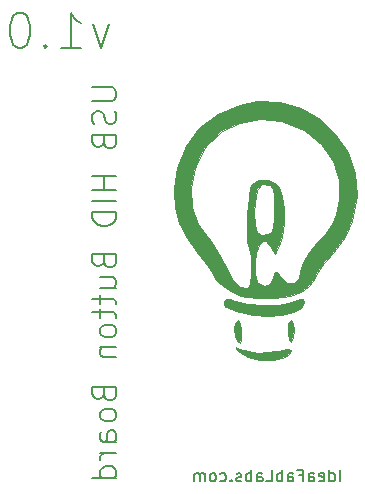
<source format=gbr>
%TF.GenerationSoftware,KiCad,Pcbnew,(5.1.12)-1*%
%TF.CreationDate,2022-01-22T18:57:43-08:00*%
%TF.ProjectId,Button_Board,42757474-6f6e-45f4-926f-6172642e6b69,rev?*%
%TF.SameCoordinates,Original*%
%TF.FileFunction,Legend,Bot*%
%TF.FilePolarity,Positive*%
%FSLAX46Y46*%
G04 Gerber Fmt 4.6, Leading zero omitted, Abs format (unit mm)*
G04 Created by KiCad (PCBNEW (5.1.12)-1) date 2022-01-22 18:57:43*
%MOMM*%
%LPD*%
G01*
G04 APERTURE LIST*
%ADD10C,0.200000*%
%ADD11C,0.150000*%
%ADD12C,0.010000*%
G04 APERTURE END LIST*
D10*
X154526714Y-74414142D02*
X153812428Y-76414142D01*
X153098142Y-74414142D01*
X150383857Y-76414142D02*
X152098142Y-76414142D01*
X151241000Y-76414142D02*
X151241000Y-73414142D01*
X151526714Y-73842714D01*
X151812428Y-74128428D01*
X152098142Y-74271285D01*
X149098142Y-76128428D02*
X148955285Y-76271285D01*
X149098142Y-76414142D01*
X149241000Y-76271285D01*
X149098142Y-76128428D01*
X149098142Y-76414142D01*
X147098142Y-73414142D02*
X146812428Y-73414142D01*
X146526714Y-73557000D01*
X146383857Y-73699857D01*
X146241000Y-73985571D01*
X146098142Y-74557000D01*
X146098142Y-75271285D01*
X146241000Y-75842714D01*
X146383857Y-76128428D01*
X146526714Y-76271285D01*
X146812428Y-76414142D01*
X147098142Y-76414142D01*
X147383857Y-76271285D01*
X147526714Y-76128428D01*
X147669571Y-75842714D01*
X147812428Y-75271285D01*
X147812428Y-74557000D01*
X147669571Y-73985571D01*
X147526714Y-73699857D01*
X147383857Y-73557000D01*
X147098142Y-73414142D01*
D11*
X153082761Y-79742190D02*
X154701809Y-79742190D01*
X154892285Y-79837428D01*
X154987523Y-79932666D01*
X155082761Y-80123142D01*
X155082761Y-80504095D01*
X154987523Y-80694571D01*
X154892285Y-80789809D01*
X154701809Y-80885047D01*
X153082761Y-80885047D01*
X154987523Y-81742190D02*
X155082761Y-82027904D01*
X155082761Y-82504095D01*
X154987523Y-82694571D01*
X154892285Y-82789809D01*
X154701809Y-82885047D01*
X154511333Y-82885047D01*
X154320857Y-82789809D01*
X154225619Y-82694571D01*
X154130380Y-82504095D01*
X154035142Y-82123142D01*
X153939904Y-81932666D01*
X153844666Y-81837428D01*
X153654190Y-81742190D01*
X153463714Y-81742190D01*
X153273238Y-81837428D01*
X153178000Y-81932666D01*
X153082761Y-82123142D01*
X153082761Y-82599333D01*
X153178000Y-82885047D01*
X154035142Y-84408857D02*
X154130380Y-84694571D01*
X154225619Y-84789809D01*
X154416095Y-84885047D01*
X154701809Y-84885047D01*
X154892285Y-84789809D01*
X154987523Y-84694571D01*
X155082761Y-84504095D01*
X155082761Y-83742190D01*
X153082761Y-83742190D01*
X153082761Y-84408857D01*
X153178000Y-84599333D01*
X153273238Y-84694571D01*
X153463714Y-84789809D01*
X153654190Y-84789809D01*
X153844666Y-84694571D01*
X153939904Y-84599333D01*
X154035142Y-84408857D01*
X154035142Y-83742190D01*
X155082761Y-87266000D02*
X153082761Y-87266000D01*
X154035142Y-87266000D02*
X154035142Y-88408857D01*
X155082761Y-88408857D02*
X153082761Y-88408857D01*
X155082761Y-89361238D02*
X153082761Y-89361238D01*
X155082761Y-90313619D02*
X153082761Y-90313619D01*
X153082761Y-90789809D01*
X153178000Y-91075523D01*
X153368476Y-91266000D01*
X153558952Y-91361238D01*
X153939904Y-91456476D01*
X154225619Y-91456476D01*
X154606571Y-91361238D01*
X154797047Y-91266000D01*
X154987523Y-91075523D01*
X155082761Y-90789809D01*
X155082761Y-90313619D01*
X154035142Y-94504095D02*
X154130380Y-94789809D01*
X154225619Y-94885047D01*
X154416095Y-94980285D01*
X154701809Y-94980285D01*
X154892285Y-94885047D01*
X154987523Y-94789809D01*
X155082761Y-94599333D01*
X155082761Y-93837428D01*
X153082761Y-93837428D01*
X153082761Y-94504095D01*
X153178000Y-94694571D01*
X153273238Y-94789809D01*
X153463714Y-94885047D01*
X153654190Y-94885047D01*
X153844666Y-94789809D01*
X153939904Y-94694571D01*
X154035142Y-94504095D01*
X154035142Y-93837428D01*
X153749428Y-96694571D02*
X155082761Y-96694571D01*
X153749428Y-95837428D02*
X154797047Y-95837428D01*
X154987523Y-95932666D01*
X155082761Y-96123142D01*
X155082761Y-96408857D01*
X154987523Y-96599333D01*
X154892285Y-96694571D01*
X153749428Y-97361238D02*
X153749428Y-98123142D01*
X153082761Y-97646952D02*
X154797047Y-97646952D01*
X154987523Y-97742190D01*
X155082761Y-97932666D01*
X155082761Y-98123142D01*
X153749428Y-98504095D02*
X153749428Y-99266000D01*
X153082761Y-98789809D02*
X154797047Y-98789809D01*
X154987523Y-98885047D01*
X155082761Y-99075523D01*
X155082761Y-99266000D01*
X155082761Y-100218380D02*
X154987523Y-100027904D01*
X154892285Y-99932666D01*
X154701809Y-99837428D01*
X154130380Y-99837428D01*
X153939904Y-99932666D01*
X153844666Y-100027904D01*
X153749428Y-100218380D01*
X153749428Y-100504095D01*
X153844666Y-100694571D01*
X153939904Y-100789809D01*
X154130380Y-100885047D01*
X154701809Y-100885047D01*
X154892285Y-100789809D01*
X154987523Y-100694571D01*
X155082761Y-100504095D01*
X155082761Y-100218380D01*
X153749428Y-101742190D02*
X155082761Y-101742190D01*
X153939904Y-101742190D02*
X153844666Y-101837428D01*
X153749428Y-102027904D01*
X153749428Y-102313619D01*
X153844666Y-102504095D01*
X154035142Y-102599333D01*
X155082761Y-102599333D01*
X154035142Y-105742190D02*
X154130380Y-106027904D01*
X154225619Y-106123142D01*
X154416095Y-106218380D01*
X154701809Y-106218380D01*
X154892285Y-106123142D01*
X154987523Y-106027904D01*
X155082761Y-105837428D01*
X155082761Y-105075523D01*
X153082761Y-105075523D01*
X153082761Y-105742190D01*
X153178000Y-105932666D01*
X153273238Y-106027904D01*
X153463714Y-106123142D01*
X153654190Y-106123142D01*
X153844666Y-106027904D01*
X153939904Y-105932666D01*
X154035142Y-105742190D01*
X154035142Y-105075523D01*
X155082761Y-107361238D02*
X154987523Y-107170761D01*
X154892285Y-107075523D01*
X154701809Y-106980285D01*
X154130380Y-106980285D01*
X153939904Y-107075523D01*
X153844666Y-107170761D01*
X153749428Y-107361238D01*
X153749428Y-107646952D01*
X153844666Y-107837428D01*
X153939904Y-107932666D01*
X154130380Y-108027904D01*
X154701809Y-108027904D01*
X154892285Y-107932666D01*
X154987523Y-107837428D01*
X155082761Y-107646952D01*
X155082761Y-107361238D01*
X155082761Y-109742190D02*
X154035142Y-109742190D01*
X153844666Y-109646952D01*
X153749428Y-109456476D01*
X153749428Y-109075523D01*
X153844666Y-108885047D01*
X154987523Y-109742190D02*
X155082761Y-109551714D01*
X155082761Y-109075523D01*
X154987523Y-108885047D01*
X154797047Y-108789809D01*
X154606571Y-108789809D01*
X154416095Y-108885047D01*
X154320857Y-109075523D01*
X154320857Y-109551714D01*
X154225619Y-109742190D01*
X155082761Y-110694571D02*
X153749428Y-110694571D01*
X154130380Y-110694571D02*
X153939904Y-110789809D01*
X153844666Y-110885047D01*
X153749428Y-111075523D01*
X153749428Y-111266000D01*
X155082761Y-112789809D02*
X153082761Y-112789809D01*
X154987523Y-112789809D02*
X155082761Y-112599333D01*
X155082761Y-112218380D01*
X154987523Y-112027904D01*
X154892285Y-111932666D01*
X154701809Y-111837428D01*
X154130380Y-111837428D01*
X153939904Y-111932666D01*
X153844666Y-112027904D01*
X153749428Y-112218380D01*
X153749428Y-112599333D01*
X153844666Y-112789809D01*
X174060666Y-113101380D02*
X174060666Y-112101380D01*
X173155904Y-113101380D02*
X173155904Y-112101380D01*
X173155904Y-113053761D02*
X173251142Y-113101380D01*
X173441619Y-113101380D01*
X173536857Y-113053761D01*
X173584476Y-113006142D01*
X173632095Y-112910904D01*
X173632095Y-112625190D01*
X173584476Y-112529952D01*
X173536857Y-112482333D01*
X173441619Y-112434714D01*
X173251142Y-112434714D01*
X173155904Y-112482333D01*
X172298761Y-113053761D02*
X172394000Y-113101380D01*
X172584476Y-113101380D01*
X172679714Y-113053761D01*
X172727333Y-112958523D01*
X172727333Y-112577571D01*
X172679714Y-112482333D01*
X172584476Y-112434714D01*
X172394000Y-112434714D01*
X172298761Y-112482333D01*
X172251142Y-112577571D01*
X172251142Y-112672809D01*
X172727333Y-112768047D01*
X171394000Y-113101380D02*
X171394000Y-112577571D01*
X171441619Y-112482333D01*
X171536857Y-112434714D01*
X171727333Y-112434714D01*
X171822571Y-112482333D01*
X171394000Y-113053761D02*
X171489238Y-113101380D01*
X171727333Y-113101380D01*
X171822571Y-113053761D01*
X171870190Y-112958523D01*
X171870190Y-112863285D01*
X171822571Y-112768047D01*
X171727333Y-112720428D01*
X171489238Y-112720428D01*
X171394000Y-112672809D01*
X170584476Y-112577571D02*
X170917809Y-112577571D01*
X170917809Y-113101380D02*
X170917809Y-112101380D01*
X170441619Y-112101380D01*
X169632095Y-113101380D02*
X169632095Y-112577571D01*
X169679714Y-112482333D01*
X169774952Y-112434714D01*
X169965428Y-112434714D01*
X170060666Y-112482333D01*
X169632095Y-113053761D02*
X169727333Y-113101380D01*
X169965428Y-113101380D01*
X170060666Y-113053761D01*
X170108285Y-112958523D01*
X170108285Y-112863285D01*
X170060666Y-112768047D01*
X169965428Y-112720428D01*
X169727333Y-112720428D01*
X169632095Y-112672809D01*
X169155904Y-113101380D02*
X169155904Y-112101380D01*
X169155904Y-112482333D02*
X169060666Y-112434714D01*
X168870190Y-112434714D01*
X168774952Y-112482333D01*
X168727333Y-112529952D01*
X168679714Y-112625190D01*
X168679714Y-112910904D01*
X168727333Y-113006142D01*
X168774952Y-113053761D01*
X168870190Y-113101380D01*
X169060666Y-113101380D01*
X169155904Y-113053761D01*
X167774952Y-113101380D02*
X168251142Y-113101380D01*
X168251142Y-112101380D01*
X167013047Y-113101380D02*
X167013047Y-112577571D01*
X167060666Y-112482333D01*
X167155904Y-112434714D01*
X167346380Y-112434714D01*
X167441619Y-112482333D01*
X167013047Y-113053761D02*
X167108285Y-113101380D01*
X167346380Y-113101380D01*
X167441619Y-113053761D01*
X167489238Y-112958523D01*
X167489238Y-112863285D01*
X167441619Y-112768047D01*
X167346380Y-112720428D01*
X167108285Y-112720428D01*
X167013047Y-112672809D01*
X166536857Y-113101380D02*
X166536857Y-112101380D01*
X166536857Y-112482333D02*
X166441619Y-112434714D01*
X166251142Y-112434714D01*
X166155904Y-112482333D01*
X166108285Y-112529952D01*
X166060666Y-112625190D01*
X166060666Y-112910904D01*
X166108285Y-113006142D01*
X166155904Y-113053761D01*
X166251142Y-113101380D01*
X166441619Y-113101380D01*
X166536857Y-113053761D01*
X165679714Y-113053761D02*
X165584476Y-113101380D01*
X165394000Y-113101380D01*
X165298761Y-113053761D01*
X165251142Y-112958523D01*
X165251142Y-112910904D01*
X165298761Y-112815666D01*
X165394000Y-112768047D01*
X165536857Y-112768047D01*
X165632095Y-112720428D01*
X165679714Y-112625190D01*
X165679714Y-112577571D01*
X165632095Y-112482333D01*
X165536857Y-112434714D01*
X165394000Y-112434714D01*
X165298761Y-112482333D01*
X164822571Y-113006142D02*
X164774952Y-113053761D01*
X164822571Y-113101380D01*
X164870190Y-113053761D01*
X164822571Y-113006142D01*
X164822571Y-113101380D01*
X163917809Y-113053761D02*
X164013047Y-113101380D01*
X164203523Y-113101380D01*
X164298761Y-113053761D01*
X164346380Y-113006142D01*
X164394000Y-112910904D01*
X164394000Y-112625190D01*
X164346380Y-112529952D01*
X164298761Y-112482333D01*
X164203523Y-112434714D01*
X164013047Y-112434714D01*
X163917809Y-112482333D01*
X163346380Y-113101380D02*
X163441619Y-113053761D01*
X163489238Y-113006142D01*
X163536857Y-112910904D01*
X163536857Y-112625190D01*
X163489238Y-112529952D01*
X163441619Y-112482333D01*
X163346380Y-112434714D01*
X163203523Y-112434714D01*
X163108285Y-112482333D01*
X163060666Y-112529952D01*
X163013047Y-112625190D01*
X163013047Y-112910904D01*
X163060666Y-113006142D01*
X163108285Y-113053761D01*
X163203523Y-113101380D01*
X163346380Y-113101380D01*
X162584476Y-113101380D02*
X162584476Y-112434714D01*
X162584476Y-112529952D02*
X162536857Y-112482333D01*
X162441619Y-112434714D01*
X162298761Y-112434714D01*
X162203523Y-112482333D01*
X162155904Y-112577571D01*
X162155904Y-113101380D01*
X162155904Y-112577571D02*
X162108285Y-112482333D01*
X162013047Y-112434714D01*
X161870190Y-112434714D01*
X161774952Y-112482333D01*
X161727333Y-112577571D01*
X161727333Y-113101380D01*
D12*
%TO.C,G\u002A\u002A\u002A*%
G36*
X165523333Y-101859272D02*
G01*
X167136502Y-102194069D01*
X168738552Y-102062351D01*
X168865171Y-102029393D01*
X169583653Y-101911181D01*
X169886223Y-102020307D01*
X169718350Y-102300064D01*
X169351887Y-102535515D01*
X168424174Y-102803309D01*
X167311673Y-102815614D01*
X166265823Y-102592395D01*
X165625154Y-102239600D01*
X165218633Y-101857399D01*
X165233177Y-101767785D01*
X165523333Y-101859272D01*
G37*
X165523333Y-101859272D02*
X167136502Y-102194069D01*
X168738552Y-102062351D01*
X168865171Y-102029393D01*
X169583653Y-101911181D01*
X169886223Y-102020307D01*
X169718350Y-102300064D01*
X169351887Y-102535515D01*
X168424174Y-102803309D01*
X167311673Y-102815614D01*
X166265823Y-102592395D01*
X165625154Y-102239600D01*
X165218633Y-101857399D01*
X165233177Y-101767785D01*
X165523333Y-101859272D01*
G36*
X165568762Y-99689096D02*
G01*
X165662007Y-100299145D01*
X165664444Y-100428778D01*
X165641021Y-101143403D01*
X165541112Y-101388966D01*
X165320260Y-101259938D01*
X165288148Y-101228408D01*
X165133510Y-100824290D01*
X165106271Y-100224546D01*
X165193235Y-99679882D01*
X165381207Y-99441005D01*
X165382222Y-99441000D01*
X165568762Y-99689096D01*
G37*
X165568762Y-99689096D02*
X165662007Y-100299145D01*
X165664444Y-100428778D01*
X165641021Y-101143403D01*
X165541112Y-101388966D01*
X165320260Y-101259938D01*
X165288148Y-101228408D01*
X165133510Y-100824290D01*
X165106271Y-100224546D01*
X165193235Y-99679882D01*
X165381207Y-99441005D01*
X165382222Y-99441000D01*
X165568762Y-99689096D01*
G36*
X170097450Y-99685856D02*
G01*
X170180000Y-100271011D01*
X170093003Y-100922773D01*
X169897778Y-101275445D01*
X169705737Y-101156212D01*
X169617638Y-100581255D01*
X169615555Y-100445434D01*
X169685347Y-99785957D01*
X169857315Y-99451368D01*
X169897778Y-99441000D01*
X170097450Y-99685856D01*
G37*
X170097450Y-99685856D02*
X170180000Y-100271011D01*
X170093003Y-100922773D01*
X169897778Y-101275445D01*
X169705737Y-101156212D01*
X169617638Y-100581255D01*
X169615555Y-100445434D01*
X169685347Y-99785957D01*
X169857315Y-99451368D01*
X169897778Y-99441000D01*
X170097450Y-99685856D01*
G36*
X164815104Y-97694793D02*
G01*
X164932569Y-97737660D01*
X166174426Y-98063991D01*
X167578474Y-98212239D01*
X168916788Y-98173593D01*
X169961446Y-97939243D01*
X169977366Y-97932672D01*
X170649269Y-97677116D01*
X170952285Y-97663714D01*
X171026428Y-97890453D01*
X171026666Y-97917580D01*
X170769573Y-98401919D01*
X170082570Y-98772262D01*
X169092072Y-99010007D01*
X167924492Y-99096555D01*
X166706247Y-99013307D01*
X165563749Y-98741662D01*
X165523333Y-98727306D01*
X164814988Y-98476609D01*
X164379216Y-98330900D01*
X164323889Y-98316361D01*
X164260783Y-98081866D01*
X164253333Y-97895763D01*
X164371942Y-97627261D01*
X164815104Y-97694793D01*
G37*
X164815104Y-97694793D02*
X164932569Y-97737660D01*
X166174426Y-98063991D01*
X167578474Y-98212239D01*
X168916788Y-98173593D01*
X169961446Y-97939243D01*
X169977366Y-97932672D01*
X170649269Y-97677116D01*
X170952285Y-97663714D01*
X171026428Y-97890453D01*
X171026666Y-97917580D01*
X170769573Y-98401919D01*
X170082570Y-98772262D01*
X169092072Y-99010007D01*
X167924492Y-99096555D01*
X166706247Y-99013307D01*
X165563749Y-98741662D01*
X165523333Y-98727306D01*
X164814988Y-98476609D01*
X164379216Y-98330900D01*
X164323889Y-98316361D01*
X164260783Y-98081866D01*
X164253333Y-97895763D01*
X164371942Y-97627261D01*
X164815104Y-97694793D01*
G36*
X168932527Y-80948172D02*
G01*
X170713005Y-81478112D01*
X172314096Y-82422357D01*
X173662754Y-83707078D01*
X174685930Y-85258441D01*
X175310577Y-87002616D01*
X175463650Y-88865769D01*
X175416348Y-89366947D01*
X175066176Y-91042091D01*
X174448611Y-92415467D01*
X173454549Y-93727104D01*
X173413877Y-93772319D01*
X172716981Y-94619691D01*
X172120099Y-95473897D01*
X171904787Y-95849274D01*
X171394810Y-96569741D01*
X170778951Y-97074888D01*
X170744444Y-97091963D01*
X169818463Y-97370106D01*
X168575423Y-97545669D01*
X167256041Y-97602565D01*
X166101035Y-97524708D01*
X165664444Y-97431431D01*
X164861624Y-97084684D01*
X164106878Y-96588698D01*
X163568543Y-96071153D01*
X163406666Y-95718929D01*
X163240121Y-95397553D01*
X162801886Y-94774850D01*
X162184063Y-93981063D01*
X162135021Y-93920678D01*
X161081302Y-92489266D01*
X160419152Y-91202576D01*
X160077295Y-89882257D01*
X159984721Y-88540013D01*
X160019767Y-88254647D01*
X161418114Y-88254647D01*
X161511332Y-89860318D01*
X162047117Y-91296346D01*
X162527889Y-91968658D01*
X163131039Y-92781034D01*
X163790799Y-93858475D01*
X164275860Y-94788034D01*
X164944342Y-95986564D01*
X165563357Y-96637063D01*
X166146574Y-96752402D01*
X166299444Y-96693580D01*
X166412771Y-96375970D01*
X166489585Y-95663652D01*
X166511111Y-94925445D01*
X166473973Y-94011758D01*
X166377771Y-93349783D01*
X166274879Y-93119424D01*
X166171045Y-92779751D01*
X166133309Y-92039978D01*
X166152291Y-91059382D01*
X166200964Y-90279816D01*
X166793333Y-90279816D01*
X166840239Y-91376748D01*
X167017313Y-92000060D01*
X167379089Y-92235483D01*
X167980100Y-92168752D01*
X167992778Y-92165484D01*
X168259902Y-92003735D01*
X168411401Y-91609727D01*
X168476622Y-90859889D01*
X168486666Y-90085893D01*
X168453456Y-88970267D01*
X168339673Y-88310775D01*
X168124088Y-88002238D01*
X168059739Y-87970569D01*
X167444660Y-87959190D01*
X167031926Y-88473944D01*
X166822092Y-89513824D01*
X166793333Y-90279816D01*
X166200964Y-90279816D01*
X166218608Y-89997238D01*
X166322880Y-89012820D01*
X166455726Y-88265406D01*
X166579921Y-87940445D01*
X167154828Y-87618432D01*
X167919258Y-87629327D01*
X168629504Y-87944225D01*
X168893997Y-88214907D01*
X169178663Y-88963867D01*
X169314733Y-90048943D01*
X169299450Y-91260974D01*
X169130057Y-92390798D01*
X168956233Y-92935275D01*
X168579134Y-93832131D01*
X168117186Y-93179343D01*
X167766590Y-92737813D01*
X167520339Y-92736820D01*
X167224286Y-93074386D01*
X166937827Y-93735204D01*
X166810128Y-94633920D01*
X166848073Y-95531341D01*
X167058549Y-96188272D01*
X167132000Y-96280111D01*
X167701309Y-96602346D01*
X168157442Y-96385135D01*
X168374306Y-95899150D01*
X168526362Y-95401320D01*
X168702662Y-95414356D01*
X168960130Y-95758038D01*
X169544585Y-96271569D01*
X170120487Y-96286036D01*
X170562255Y-95854556D01*
X170744306Y-95030247D01*
X170744444Y-95003345D01*
X170917968Y-94574218D01*
X171371658Y-93882129D01*
X171970693Y-93121428D01*
X172823474Y-92081793D01*
X173372143Y-91282667D01*
X173703742Y-90557622D01*
X173905314Y-89740233D01*
X173979281Y-89281000D01*
X173960524Y-87560849D01*
X173424162Y-85946015D01*
X172416718Y-84523005D01*
X170984718Y-83378324D01*
X170724788Y-83229763D01*
X169016837Y-82582707D01*
X167265741Y-82423397D01*
X165577613Y-82728846D01*
X164058568Y-83476068D01*
X162814717Y-84642075D01*
X162557408Y-84999006D01*
X161766970Y-86595491D01*
X161418114Y-88254647D01*
X160019767Y-88254647D01*
X160231286Y-86532349D01*
X160966557Y-84736136D01*
X162135693Y-83210663D01*
X163683851Y-82015220D01*
X165556190Y-81209096D01*
X167045708Y-80906372D01*
X168932527Y-80948172D01*
G37*
X168932527Y-80948172D02*
X170713005Y-81478112D01*
X172314096Y-82422357D01*
X173662754Y-83707078D01*
X174685930Y-85258441D01*
X175310577Y-87002616D01*
X175463650Y-88865769D01*
X175416348Y-89366947D01*
X175066176Y-91042091D01*
X174448611Y-92415467D01*
X173454549Y-93727104D01*
X173413877Y-93772319D01*
X172716981Y-94619691D01*
X172120099Y-95473897D01*
X171904787Y-95849274D01*
X171394810Y-96569741D01*
X170778951Y-97074888D01*
X170744444Y-97091963D01*
X169818463Y-97370106D01*
X168575423Y-97545669D01*
X167256041Y-97602565D01*
X166101035Y-97524708D01*
X165664444Y-97431431D01*
X164861624Y-97084684D01*
X164106878Y-96588698D01*
X163568543Y-96071153D01*
X163406666Y-95718929D01*
X163240121Y-95397553D01*
X162801886Y-94774850D01*
X162184063Y-93981063D01*
X162135021Y-93920678D01*
X161081302Y-92489266D01*
X160419152Y-91202576D01*
X160077295Y-89882257D01*
X159984721Y-88540013D01*
X160019767Y-88254647D01*
X161418114Y-88254647D01*
X161511332Y-89860318D01*
X162047117Y-91296346D01*
X162527889Y-91968658D01*
X163131039Y-92781034D01*
X163790799Y-93858475D01*
X164275860Y-94788034D01*
X164944342Y-95986564D01*
X165563357Y-96637063D01*
X166146574Y-96752402D01*
X166299444Y-96693580D01*
X166412771Y-96375970D01*
X166489585Y-95663652D01*
X166511111Y-94925445D01*
X166473973Y-94011758D01*
X166377771Y-93349783D01*
X166274879Y-93119424D01*
X166171045Y-92779751D01*
X166133309Y-92039978D01*
X166152291Y-91059382D01*
X166200964Y-90279816D01*
X166793333Y-90279816D01*
X166840239Y-91376748D01*
X167017313Y-92000060D01*
X167379089Y-92235483D01*
X167980100Y-92168752D01*
X167992778Y-92165484D01*
X168259902Y-92003735D01*
X168411401Y-91609727D01*
X168476622Y-90859889D01*
X168486666Y-90085893D01*
X168453456Y-88970267D01*
X168339673Y-88310775D01*
X168124088Y-88002238D01*
X168059739Y-87970569D01*
X167444660Y-87959190D01*
X167031926Y-88473944D01*
X166822092Y-89513824D01*
X166793333Y-90279816D01*
X166200964Y-90279816D01*
X166218608Y-89997238D01*
X166322880Y-89012820D01*
X166455726Y-88265406D01*
X166579921Y-87940445D01*
X167154828Y-87618432D01*
X167919258Y-87629327D01*
X168629504Y-87944225D01*
X168893997Y-88214907D01*
X169178663Y-88963867D01*
X169314733Y-90048943D01*
X169299450Y-91260974D01*
X169130057Y-92390798D01*
X168956233Y-92935275D01*
X168579134Y-93832131D01*
X168117186Y-93179343D01*
X167766590Y-92737813D01*
X167520339Y-92736820D01*
X167224286Y-93074386D01*
X166937827Y-93735204D01*
X166810128Y-94633920D01*
X166848073Y-95531341D01*
X167058549Y-96188272D01*
X167132000Y-96280111D01*
X167701309Y-96602346D01*
X168157442Y-96385135D01*
X168374306Y-95899150D01*
X168526362Y-95401320D01*
X168702662Y-95414356D01*
X168960130Y-95758038D01*
X169544585Y-96271569D01*
X170120487Y-96286036D01*
X170562255Y-95854556D01*
X170744306Y-95030247D01*
X170744444Y-95003345D01*
X170917968Y-94574218D01*
X171371658Y-93882129D01*
X171970693Y-93121428D01*
X172823474Y-92081793D01*
X173372143Y-91282667D01*
X173703742Y-90557622D01*
X173905314Y-89740233D01*
X173979281Y-89281000D01*
X173960524Y-87560849D01*
X173424162Y-85946015D01*
X172416718Y-84523005D01*
X170984718Y-83378324D01*
X170724788Y-83229763D01*
X169016837Y-82582707D01*
X167265741Y-82423397D01*
X165577613Y-82728846D01*
X164058568Y-83476068D01*
X162814717Y-84642075D01*
X162557408Y-84999006D01*
X161766970Y-86595491D01*
X161418114Y-88254647D01*
X160019767Y-88254647D01*
X160231286Y-86532349D01*
X160966557Y-84736136D01*
X162135693Y-83210663D01*
X163683851Y-82015220D01*
X165556190Y-81209096D01*
X167045708Y-80906372D01*
X168932527Y-80948172D01*
%TD*%
M02*

</source>
